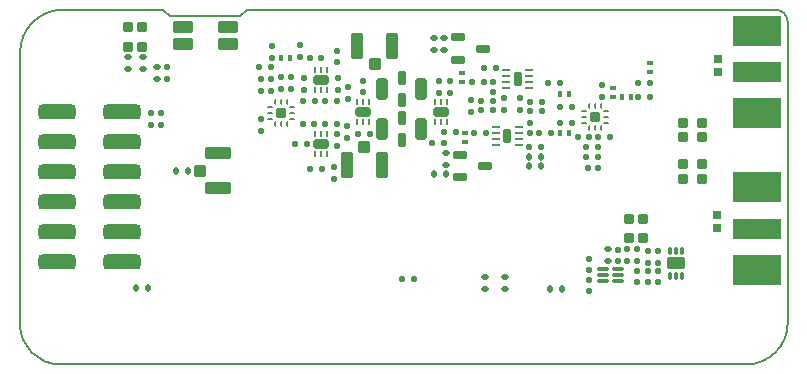
<source format=gtp>
G04*
G04 #@! TF.GenerationSoftware,Altium Limited,CircuitStudio,1.5.2 (30)*
G04*
G04 Layer_Color=16711884*
%FSLAX25Y25*%
%MOIN*%
G70*
G01*
G75*
G04:AMPARAMS|DCode=13|XSize=23.62mil|YSize=17.72mil|CornerRadius=4.43mil|HoleSize=0mil|Usage=FLASHONLY|Rotation=180.000|XOffset=0mil|YOffset=0mil|HoleType=Round|Shape=RoundedRectangle|*
%AMROUNDEDRECTD13*
21,1,0.02362,0.00886,0,0,180.0*
21,1,0.01476,0.01772,0,0,180.0*
1,1,0.00886,-0.00738,0.00443*
1,1,0.00886,0.00738,0.00443*
1,1,0.00886,0.00738,-0.00443*
1,1,0.00886,-0.00738,-0.00443*
%
%ADD13ROUNDEDRECTD13*%
G04:AMPARAMS|DCode=14|XSize=23.62mil|YSize=17.72mil|CornerRadius=4.43mil|HoleSize=0mil|Usage=FLASHONLY|Rotation=270.000|XOffset=0mil|YOffset=0mil|HoleType=Round|Shape=RoundedRectangle|*
%AMROUNDEDRECTD14*
21,1,0.02362,0.00886,0,0,270.0*
21,1,0.01476,0.01772,0,0,270.0*
1,1,0.00886,-0.00443,-0.00738*
1,1,0.00886,-0.00443,0.00738*
1,1,0.00886,0.00443,0.00738*
1,1,0.00886,0.00443,-0.00738*
%
%ADD14ROUNDEDRECTD14*%
G04:AMPARAMS|DCode=16|XSize=21.65mil|YSize=17.72mil|CornerRadius=4.43mil|HoleSize=0mil|Usage=FLASHONLY|Rotation=270.000|XOffset=0mil|YOffset=0mil|HoleType=Round|Shape=RoundedRectangle|*
%AMROUNDEDRECTD16*
21,1,0.02165,0.00886,0,0,270.0*
21,1,0.01280,0.01772,0,0,270.0*
1,1,0.00886,-0.00443,-0.00640*
1,1,0.00886,-0.00443,0.00640*
1,1,0.00886,0.00443,0.00640*
1,1,0.00886,0.00443,-0.00640*
%
%ADD16ROUNDEDRECTD16*%
G04:AMPARAMS|DCode=17|XSize=37.01mil|YSize=10.63mil|CornerRadius=1.33mil|HoleSize=0mil|Usage=FLASHONLY|Rotation=180.000|XOffset=0mil|YOffset=0mil|HoleType=Round|Shape=RoundedRectangle|*
%AMROUNDEDRECTD17*
21,1,0.03701,0.00797,0,0,180.0*
21,1,0.03435,0.01063,0,0,180.0*
1,1,0.00266,-0.01718,0.00399*
1,1,0.00266,0.01718,0.00399*
1,1,0.00266,0.01718,-0.00399*
1,1,0.00266,-0.01718,-0.00399*
%
%ADD17ROUNDEDRECTD17*%
G04:AMPARAMS|DCode=18|XSize=61.02mil|YSize=40.16mil|CornerRadius=4.02mil|HoleSize=0mil|Usage=FLASHONLY|Rotation=0.000|XOffset=0mil|YOffset=0mil|HoleType=Round|Shape=RoundedRectangle|*
%AMROUNDEDRECTD18*
21,1,0.06102,0.03213,0,0,0.0*
21,1,0.05299,0.04016,0,0,0.0*
1,1,0.00803,0.02649,-0.01606*
1,1,0.00803,-0.02649,-0.01606*
1,1,0.00803,-0.02649,0.01606*
1,1,0.00803,0.02649,0.01606*
%
%ADD18ROUNDEDRECTD18*%
G04:AMPARAMS|DCode=19|XSize=25.59mil|YSize=11.81mil|CornerRadius=2.95mil|HoleSize=0mil|Usage=FLASHONLY|Rotation=270.000|XOffset=0mil|YOffset=0mil|HoleType=Round|Shape=RoundedRectangle|*
%AMROUNDEDRECTD19*
21,1,0.02559,0.00591,0,0,270.0*
21,1,0.01969,0.01181,0,0,270.0*
1,1,0.00591,-0.00295,-0.00984*
1,1,0.00591,-0.00295,0.00984*
1,1,0.00591,0.00295,0.00984*
1,1,0.00591,0.00295,-0.00984*
%
%ADD19ROUNDEDRECTD19*%
G04:AMPARAMS|DCode=20|XSize=31.5mil|YSize=31.5mil|CornerRadius=3.15mil|HoleSize=0mil|Usage=FLASHONLY|Rotation=90.000|XOffset=0mil|YOffset=0mil|HoleType=Round|Shape=RoundedRectangle|*
%AMROUNDEDRECTD20*
21,1,0.03150,0.02520,0,0,90.0*
21,1,0.02520,0.03150,0,0,90.0*
1,1,0.00630,0.01260,0.01260*
1,1,0.00630,0.01260,-0.01260*
1,1,0.00630,-0.01260,-0.01260*
1,1,0.00630,-0.01260,0.01260*
%
%ADD20ROUNDEDRECTD20*%
G04:AMPARAMS|DCode=21|XSize=18.11mil|YSize=7.87mil|CornerRadius=3.15mil|HoleSize=0mil|Usage=FLASHONLY|Rotation=90.000|XOffset=0mil|YOffset=0mil|HoleType=Round|Shape=RoundedRectangle|*
%AMROUNDEDRECTD21*
21,1,0.01811,0.00158,0,0,90.0*
21,1,0.01181,0.00787,0,0,90.0*
1,1,0.00630,0.00079,0.00591*
1,1,0.00630,0.00079,-0.00591*
1,1,0.00630,-0.00079,-0.00591*
1,1,0.00630,-0.00079,0.00591*
%
%ADD21ROUNDEDRECTD21*%
G04:AMPARAMS|DCode=22|XSize=18.11mil|YSize=7.87mil|CornerRadius=3.15mil|HoleSize=0mil|Usage=FLASHONLY|Rotation=0.000|XOffset=0mil|YOffset=0mil|HoleType=Round|Shape=RoundedRectangle|*
%AMROUNDEDRECTD22*
21,1,0.01811,0.00158,0,0,0.0*
21,1,0.01181,0.00787,0,0,0.0*
1,1,0.00630,0.00591,-0.00079*
1,1,0.00630,-0.00591,-0.00079*
1,1,0.00630,-0.00591,0.00079*
1,1,0.00630,0.00591,0.00079*
%
%ADD22ROUNDEDRECTD22*%
G04:AMPARAMS|DCode=23|XSize=41.34mil|YSize=86.61mil|CornerRadius=4.13mil|HoleSize=0mil|Usage=FLASHONLY|Rotation=0.000|XOffset=0mil|YOffset=0mil|HoleType=Round|Shape=RoundedRectangle|*
%AMROUNDEDRECTD23*
21,1,0.04134,0.07835,0,0,0.0*
21,1,0.03307,0.08661,0,0,0.0*
1,1,0.00827,0.01654,-0.03917*
1,1,0.00827,-0.01654,-0.03917*
1,1,0.00827,-0.01654,0.03917*
1,1,0.00827,0.01654,0.03917*
%
%ADD23ROUNDEDRECTD23*%
G04:AMPARAMS|DCode=24|XSize=39.37mil|YSize=41.34mil|CornerRadius=3.94mil|HoleSize=0mil|Usage=FLASHONLY|Rotation=0.000|XOffset=0mil|YOffset=0mil|HoleType=Round|Shape=RoundedRectangle|*
%AMROUNDEDRECTD24*
21,1,0.03937,0.03347,0,0,0.0*
21,1,0.03150,0.04134,0,0,0.0*
1,1,0.00787,0.01575,-0.01673*
1,1,0.00787,-0.01575,-0.01673*
1,1,0.00787,-0.01575,0.01673*
1,1,0.00787,0.01575,0.01673*
%
%ADD24ROUNDEDRECTD24*%
G04:AMPARAMS|DCode=25|XSize=41.34mil|YSize=86.61mil|CornerRadius=4.13mil|HoleSize=0mil|Usage=FLASHONLY|Rotation=270.000|XOffset=0mil|YOffset=0mil|HoleType=Round|Shape=RoundedRectangle|*
%AMROUNDEDRECTD25*
21,1,0.04134,0.07835,0,0,270.0*
21,1,0.03307,0.08661,0,0,270.0*
1,1,0.00827,-0.03917,-0.01654*
1,1,0.00827,-0.03917,0.01654*
1,1,0.00827,0.03917,0.01654*
1,1,0.00827,0.03917,-0.01654*
%
%ADD25ROUNDEDRECTD25*%
G04:AMPARAMS|DCode=26|XSize=39.37mil|YSize=41.34mil|CornerRadius=3.94mil|HoleSize=0mil|Usage=FLASHONLY|Rotation=270.000|XOffset=0mil|YOffset=0mil|HoleType=Round|Shape=RoundedRectangle|*
%AMROUNDEDRECTD26*
21,1,0.03937,0.03347,0,0,270.0*
21,1,0.03150,0.04134,0,0,270.0*
1,1,0.00787,-0.01673,-0.01575*
1,1,0.00787,-0.01673,0.01575*
1,1,0.00787,0.01673,0.01575*
1,1,0.00787,0.01673,-0.01575*
%
%ADD26ROUNDEDRECTD26*%
G04:AMPARAMS|DCode=27|XSize=51.18mil|YSize=31.5mil|CornerRadius=4.72mil|HoleSize=0mil|Usage=FLASHONLY|Rotation=180.000|XOffset=0mil|YOffset=0mil|HoleType=Round|Shape=RoundedRectangle|*
%AMROUNDEDRECTD27*
21,1,0.05118,0.02205,0,0,180.0*
21,1,0.04173,0.03150,0,0,180.0*
1,1,0.00945,-0.02087,0.01102*
1,1,0.00945,0.02087,0.01102*
1,1,0.00945,0.02087,-0.01102*
1,1,0.00945,-0.02087,-0.01102*
%
%ADD27ROUNDEDRECTD27*%
G04:AMPARAMS|DCode=28|XSize=21.65mil|YSize=9.84mil|CornerRadius=1.48mil|HoleSize=0mil|Usage=FLASHONLY|Rotation=90.000|XOffset=0mil|YOffset=0mil|HoleType=Round|Shape=RoundedRectangle|*
%AMROUNDEDRECTD28*
21,1,0.02165,0.00689,0,0,90.0*
21,1,0.01870,0.00984,0,0,90.0*
1,1,0.00295,0.00345,0.00935*
1,1,0.00295,0.00345,-0.00935*
1,1,0.00295,-0.00345,-0.00935*
1,1,0.00295,-0.00345,0.00935*
%
%ADD28ROUNDEDRECTD28*%
G04:AMPARAMS|DCode=29|XSize=125.2mil|YSize=50mil|CornerRadius=12.5mil|HoleSize=0mil|Usage=FLASHONLY|Rotation=180.000|XOffset=0mil|YOffset=0mil|HoleType=Round|Shape=RoundedRectangle|*
%AMROUNDEDRECTD29*
21,1,0.12520,0.02500,0,0,180.0*
21,1,0.10020,0.05000,0,0,180.0*
1,1,0.02500,-0.05010,0.01250*
1,1,0.02500,0.05010,0.01250*
1,1,0.02500,0.05010,-0.01250*
1,1,0.02500,-0.05010,-0.01250*
%
%ADD29ROUNDEDRECTD29*%
G04:AMPARAMS|DCode=30|XSize=21.65mil|YSize=17.72mil|CornerRadius=4.43mil|HoleSize=0mil|Usage=FLASHONLY|Rotation=0.000|XOffset=0mil|YOffset=0mil|HoleType=Round|Shape=RoundedRectangle|*
%AMROUNDEDRECTD30*
21,1,0.02165,0.00886,0,0,0.0*
21,1,0.01280,0.01772,0,0,0.0*
1,1,0.00886,0.00640,-0.00443*
1,1,0.00886,-0.00640,-0.00443*
1,1,0.00886,-0.00640,0.00443*
1,1,0.00886,0.00640,0.00443*
%
%ADD30ROUNDEDRECTD30*%
G04:AMPARAMS|DCode=31|XSize=48.43mil|YSize=23.62mil|CornerRadius=2.95mil|HoleSize=0mil|Usage=FLASHONLY|Rotation=0.000|XOffset=0mil|YOffset=0mil|HoleType=Round|Shape=RoundedRectangle|*
%AMROUNDEDRECTD31*
21,1,0.04843,0.01772,0,0,0.0*
21,1,0.04252,0.02362,0,0,0.0*
1,1,0.00591,0.02126,-0.00886*
1,1,0.00591,-0.02126,-0.00886*
1,1,0.00591,-0.02126,0.00886*
1,1,0.00591,0.02126,0.00886*
%
%ADD31ROUNDEDRECTD31*%
%ADD32R,0.16496X0.07008*%
%ADD33R,0.16496X0.10492*%
G04:AMPARAMS|DCode=34|XSize=9.84mil|YSize=29.53mil|CornerRadius=1.48mil|HoleSize=0mil|Usage=FLASHONLY|Rotation=270.000|XOffset=0mil|YOffset=0mil|HoleType=Round|Shape=RoundedRectangle|*
%AMROUNDEDRECTD34*
21,1,0.00984,0.02658,0,0,270.0*
21,1,0.00689,0.02953,0,0,270.0*
1,1,0.00295,-0.01329,-0.00345*
1,1,0.00295,-0.01329,0.00345*
1,1,0.00295,0.01329,0.00345*
1,1,0.00295,0.01329,-0.00345*
%
%ADD34ROUNDEDRECTD34*%
G04:AMPARAMS|DCode=35|XSize=47.24mil|YSize=23.62mil|CornerRadius=3.54mil|HoleSize=0mil|Usage=FLASHONLY|Rotation=270.000|XOffset=0mil|YOffset=0mil|HoleType=Round|Shape=RoundedRectangle|*
%AMROUNDEDRECTD35*
21,1,0.04724,0.01654,0,0,270.0*
21,1,0.04016,0.02362,0,0,270.0*
1,1,0.00709,-0.00827,-0.02008*
1,1,0.00709,-0.00827,0.02008*
1,1,0.00709,0.00827,0.02008*
1,1,0.00709,0.00827,-0.02008*
%
%ADD35ROUNDEDRECTD35*%
G04:AMPARAMS|DCode=36|XSize=14.17mil|YSize=23mil|CornerRadius=0.71mil|HoleSize=0mil|Usage=FLASHONLY|Rotation=180.000|XOffset=0mil|YOffset=0mil|HoleType=Round|Shape=RoundedRectangle|*
%AMROUNDEDRECTD36*
21,1,0.01417,0.02158,0,0,180.0*
21,1,0.01276,0.02300,0,0,180.0*
1,1,0.00142,-0.00638,0.01079*
1,1,0.00142,0.00638,0.01079*
1,1,0.00142,0.00638,-0.01079*
1,1,0.00142,-0.00638,-0.01079*
%
%ADD36ROUNDEDRECTD36*%
G04:AMPARAMS|DCode=37|XSize=14.17mil|YSize=23mil|CornerRadius=0.71mil|HoleSize=0mil|Usage=FLASHONLY|Rotation=270.000|XOffset=0mil|YOffset=0mil|HoleType=Round|Shape=RoundedRectangle|*
%AMROUNDEDRECTD37*
21,1,0.01417,0.02158,0,0,270.0*
21,1,0.01276,0.02300,0,0,270.0*
1,1,0.00142,-0.01079,-0.00638*
1,1,0.00142,-0.01079,0.00638*
1,1,0.00142,0.01079,0.00638*
1,1,0.00142,0.01079,-0.00638*
%
%ADD37ROUNDEDRECTD37*%
G04:AMPARAMS|DCode=38|XSize=27.56mil|YSize=27.56mil|CornerRadius=2.76mil|HoleSize=0mil|Usage=FLASHONLY|Rotation=90.000|XOffset=0mil|YOffset=0mil|HoleType=Round|Shape=RoundedRectangle|*
%AMROUNDEDRECTD38*
21,1,0.02756,0.02205,0,0,90.0*
21,1,0.02205,0.02756,0,0,90.0*
1,1,0.00551,0.01102,0.01102*
1,1,0.00551,0.01102,-0.01102*
1,1,0.00551,-0.01102,-0.01102*
1,1,0.00551,-0.01102,0.01102*
%
%ADD38ROUNDEDRECTD38*%
G04:AMPARAMS|DCode=39|XSize=31.89mil|YSize=36.61mil|CornerRadius=4.78mil|HoleSize=0mil|Usage=FLASHONLY|Rotation=270.000|XOffset=0mil|YOffset=0mil|HoleType=Round|Shape=RoundedRectangle|*
%AMROUNDEDRECTD39*
21,1,0.03189,0.02705,0,0,270.0*
21,1,0.02232,0.03661,0,0,270.0*
1,1,0.00957,-0.01352,-0.01116*
1,1,0.00957,-0.01352,0.01116*
1,1,0.00957,0.01352,0.01116*
1,1,0.00957,0.01352,-0.01116*
%
%ADD39ROUNDEDRECTD39*%
G04:AMPARAMS|DCode=40|XSize=31.89mil|YSize=36.61mil|CornerRadius=4.78mil|HoleSize=0mil|Usage=FLASHONLY|Rotation=180.000|XOffset=0mil|YOffset=0mil|HoleType=Round|Shape=RoundedRectangle|*
%AMROUNDEDRECTD40*
21,1,0.03189,0.02705,0,0,180.0*
21,1,0.02232,0.03661,0,0,180.0*
1,1,0.00957,-0.01116,0.01352*
1,1,0.00957,0.01116,0.01352*
1,1,0.00957,0.01116,-0.01352*
1,1,0.00957,-0.01116,-0.01352*
%
%ADD40ROUNDEDRECTD40*%
G04:AMPARAMS|DCode=41|XSize=64.96mil|YSize=41.34mil|CornerRadius=4.13mil|HoleSize=0mil|Usage=FLASHONLY|Rotation=180.000|XOffset=0mil|YOffset=0mil|HoleType=Round|Shape=RoundedRectangle|*
%AMROUNDEDRECTD41*
21,1,0.06496,0.03307,0,0,180.0*
21,1,0.05669,0.04134,0,0,180.0*
1,1,0.00827,-0.02835,0.01654*
1,1,0.00827,0.02835,0.01654*
1,1,0.00827,0.02835,-0.01654*
1,1,0.00827,-0.02835,-0.01654*
%
%ADD41ROUNDEDRECTD41*%
G04:AMPARAMS|DCode=42|XSize=70.87mil|YSize=40.95mil|CornerRadius=6.14mil|HoleSize=0mil|Usage=FLASHONLY|Rotation=90.000|XOffset=0mil|YOffset=0mil|HoleType=Round|Shape=RoundedRectangle|*
%AMROUNDEDRECTD42*
21,1,0.07087,0.02866,0,0,90.0*
21,1,0.05858,0.04095,0,0,90.0*
1,1,0.01228,0.01433,0.02929*
1,1,0.01228,0.01433,-0.02929*
1,1,0.01228,-0.01433,-0.02929*
1,1,0.01228,-0.01433,0.02929*
%
%ADD42ROUNDEDRECTD42*%
G04:AMPARAMS|DCode=43|XSize=49.02mil|YSize=24.02mil|CornerRadius=3.6mil|HoleSize=0mil|Usage=FLASHONLY|Rotation=90.000|XOffset=0mil|YOffset=0mil|HoleType=Round|Shape=RoundedRectangle|*
%AMROUNDEDRECTD43*
21,1,0.04902,0.01681,0,0,90.0*
21,1,0.04181,0.02402,0,0,90.0*
1,1,0.00721,0.00841,0.02091*
1,1,0.00721,0.00841,-0.02091*
1,1,0.00721,-0.00841,-0.02091*
1,1,0.00721,-0.00841,0.02091*
%
%ADD43ROUNDEDRECTD43*%
%ADD54C,0.00500*%
G04:AMPARAMS|DCode=98|XSize=21.62mil|YSize=17.69mil|CornerRadius=3.92mil|HoleSize=0mil|Usage=FLASHONLY|Rotation=0.000|XOffset=0mil|YOffset=0mil|HoleType=Round|Shape=RoundedRectangle|*
%AMROUNDEDRECTD98*
21,1,0.02162,0.00984,0,0,0.0*
21,1,0.01378,0.01769,0,0,0.0*
1,1,0.00784,0.00689,-0.00492*
1,1,0.00784,-0.00689,-0.00492*
1,1,0.00784,-0.00689,0.00492*
1,1,0.00784,0.00689,0.00492*
%
%ADD98ROUNDEDRECTD98*%
G04:AMPARAMS|DCode=99|XSize=21.62mil|YSize=17.69mil|CornerRadius=3.92mil|HoleSize=0mil|Usage=FLASHONLY|Rotation=90.000|XOffset=0mil|YOffset=0mil|HoleType=Round|Shape=RoundedRectangle|*
%AMROUNDEDRECTD99*
21,1,0.02162,0.00984,0,0,90.0*
21,1,0.01378,0.01769,0,0,90.0*
1,1,0.00784,0.00492,0.00689*
1,1,0.00784,0.00492,-0.00689*
1,1,0.00784,-0.00492,-0.00689*
1,1,0.00784,-0.00492,0.00689*
%
%ADD99ROUNDEDRECTD99*%
D13*
X1230676Y733781D02*
D03*
Y737781D02*
D03*
X1189776Y724481D02*
D03*
Y728481D02*
D03*
X1196376Y724481D02*
D03*
Y728481D02*
D03*
X1172776Y808381D02*
D03*
Y804381D02*
D03*
X1080176Y794681D02*
D03*
Y798681D02*
D03*
X1075476Y798081D02*
D03*
Y802081D02*
D03*
X1070676Y798081D02*
D03*
Y802081D02*
D03*
X1176676Y769781D02*
D03*
Y765781D02*
D03*
X1175976Y808381D02*
D03*
Y804381D02*
D03*
D14*
X1077176Y724881D02*
D03*
X1073176D02*
D03*
X1090476Y763931D02*
D03*
X1086476D02*
D03*
X1208366Y768759D02*
D03*
X1204366D02*
D03*
X1204276Y765581D02*
D03*
X1208276D02*
D03*
X1211276Y724481D02*
D03*
X1215276D02*
D03*
X1176676Y762981D02*
D03*
X1172676D02*
D03*
D16*
X1240448Y733781D02*
D03*
X1237102D02*
D03*
X1240448Y737781D02*
D03*
X1237102D02*
D03*
X1223903Y764881D02*
D03*
X1227249D02*
D03*
D17*
X1228895Y727413D02*
D03*
Y729381D02*
D03*
Y731350D02*
D03*
X1233856D02*
D03*
Y729381D02*
D03*
Y727413D02*
D03*
D18*
X1253301Y733156D02*
D03*
D19*
X1255270Y729022D02*
D03*
X1253301D02*
D03*
X1251332D02*
D03*
Y737290D02*
D03*
X1253301D02*
D03*
X1255270D02*
D03*
D20*
X1226417Y782035D02*
D03*
X1121693Y783217D02*
D03*
D21*
X1224449Y785697D02*
D03*
X1226417D02*
D03*
X1228386D02*
D03*
Y778374D02*
D03*
X1226417D02*
D03*
X1224449D02*
D03*
X1123662Y779555D02*
D03*
X1121693D02*
D03*
X1119724D02*
D03*
Y786878D02*
D03*
X1121693D02*
D03*
X1123662D02*
D03*
D22*
X1230079Y784004D02*
D03*
Y782035D02*
D03*
Y780067D02*
D03*
X1222756D02*
D03*
Y782035D02*
D03*
Y784004D02*
D03*
X1118032Y781248D02*
D03*
Y783217D02*
D03*
Y785185D02*
D03*
X1125354D02*
D03*
Y783217D02*
D03*
Y781248D02*
D03*
D23*
X1158653Y805581D02*
D03*
X1147038D02*
D03*
X1143639Y766001D02*
D03*
X1155253D02*
D03*
D24*
X1152846Y799577D02*
D03*
X1149446Y772005D02*
D03*
D25*
X1100476Y758174D02*
D03*
Y769788D02*
D03*
D26*
X1094472Y763981D02*
D03*
D27*
X1135079Y794240D02*
D03*
Y772980D02*
D03*
X1148996Y783671D02*
D03*
X1174836Y783751D02*
D03*
D28*
X1133110Y797587D02*
D03*
X1135079D02*
D03*
X1137047D02*
D03*
Y790894D02*
D03*
X1135079D02*
D03*
X1133110D02*
D03*
X1137047Y769634D02*
D03*
X1135079D02*
D03*
X1133110D02*
D03*
Y776327D02*
D03*
X1135079D02*
D03*
X1137047D02*
D03*
X1147027Y787018D02*
D03*
X1148996D02*
D03*
X1150964D02*
D03*
Y780325D02*
D03*
X1148996D02*
D03*
X1147027D02*
D03*
X1172867Y787098D02*
D03*
X1174836D02*
D03*
X1176804D02*
D03*
Y780405D02*
D03*
X1174836D02*
D03*
X1172867D02*
D03*
D29*
X1068481Y733478D02*
D03*
Y743478D02*
D03*
Y753478D02*
D03*
Y763478D02*
D03*
Y773478D02*
D03*
Y783478D02*
D03*
X1046985Y733478D02*
D03*
Y743478D02*
D03*
Y753478D02*
D03*
Y763478D02*
D03*
Y773478D02*
D03*
Y783478D02*
D03*
D30*
X1204567Y779968D02*
D03*
Y776622D02*
D03*
X1192376Y790335D02*
D03*
Y793681D02*
D03*
D31*
X1181415Y761922D02*
D03*
X1189761Y765662D02*
D03*
X1181415Y769403D02*
D03*
X1180725Y800998D02*
D03*
X1189072Y804738D02*
D03*
X1180725Y808478D02*
D03*
D32*
X1280174Y744698D02*
D03*
Y796864D02*
D03*
D33*
Y758448D02*
D03*
Y730948D02*
D03*
Y810614D02*
D03*
Y783114D02*
D03*
D34*
X1204410Y791583D02*
D03*
Y793551D02*
D03*
Y795520D02*
D03*
Y797488D02*
D03*
X1196654Y791583D02*
D03*
Y793551D02*
D03*
Y795520D02*
D03*
Y797488D02*
D03*
X1193150Y778591D02*
D03*
Y776622D02*
D03*
Y774654D02*
D03*
Y772685D02*
D03*
X1200906Y778591D02*
D03*
Y776622D02*
D03*
Y774654D02*
D03*
Y772685D02*
D03*
D35*
X1200532Y794535D02*
D03*
X1197028Y775638D02*
D03*
D36*
X1238276Y788681D02*
D03*
X1235276D02*
D03*
X1214583Y776524D02*
D03*
X1217583D02*
D03*
X1214583Y789713D02*
D03*
X1217583D02*
D03*
X1124716Y801681D02*
D03*
X1121716D02*
D03*
D37*
X1182876Y776581D02*
D03*
Y773581D02*
D03*
X1181929Y793610D02*
D03*
Y796610D02*
D03*
X1244576Y796781D02*
D03*
Y799781D02*
D03*
X1232276Y788681D02*
D03*
Y791681D02*
D03*
D38*
X1267433Y796797D02*
D03*
Y801128D02*
D03*
X1266887Y744797D02*
D03*
Y749127D02*
D03*
D39*
X1075456Y805442D02*
D03*
Y811820D02*
D03*
X1070636Y805422D02*
D03*
Y811800D02*
D03*
X1237476Y741692D02*
D03*
Y748070D02*
D03*
X1242376Y741692D02*
D03*
Y748070D02*
D03*
D40*
X1255687Y779881D02*
D03*
X1262065D02*
D03*
X1255687Y775181D02*
D03*
X1262065D02*
D03*
X1255687Y761381D02*
D03*
X1262065D02*
D03*
X1255687Y766181D02*
D03*
X1262065D02*
D03*
D41*
X1088797Y812035D02*
D03*
Y806327D02*
D03*
X1103954Y812035D02*
D03*
Y806327D02*
D03*
D42*
X1155428Y791161D02*
D03*
X1168223D02*
D03*
X1155438Y778011D02*
D03*
X1168233D02*
D03*
D43*
X1161826Y794813D02*
D03*
Y787509D02*
D03*
X1161836Y781663D02*
D03*
Y774360D02*
D03*
D54*
X1276749Y699502D02*
G03*
X1290528Y713281I0J13780D01*
G01*
X1034623Y712769D02*
G03*
X1047891Y699502I13268J0D01*
G01*
X1048995Y817730D02*
G03*
X1034623Y803358I0J-14372D01*
G01*
X1290528Y813564D02*
G03*
X1286362Y817730I-4166J0D01*
G01*
X1047891Y699502D02*
X1276749Y699502D01*
X1034623Y712769D02*
X1034623Y796470D01*
X1290528Y718006D02*
Y767631D01*
X1084591Y815466D02*
X1107961D01*
X1034623Y796470D02*
Y803358D01*
X1290528Y713281D02*
Y718006D01*
X1110224Y817730D02*
X1286362D01*
X1290528Y767631D02*
Y813564D01*
X1082327Y817730D02*
X1084591Y815466D01*
X1048995Y817730D02*
X1082327D01*
X1107961Y815466D02*
X1110224Y817730D01*
D98*
X1081576Y779313D02*
D03*
Y783250D02*
D03*
X1118376Y790613D02*
D03*
Y794550D02*
D03*
X1247201Y733387D02*
D03*
Y737324D02*
D03*
X1243801Y730724D02*
D03*
Y726787D02*
D03*
Y737324D02*
D03*
Y733387D02*
D03*
X1247201Y730724D02*
D03*
Y726787D02*
D03*
X1078176Y779313D02*
D03*
Y783250D02*
D03*
X1115000Y777311D02*
D03*
Y781248D02*
D03*
X1121676Y795350D02*
D03*
Y791413D02*
D03*
X1124876Y795350D02*
D03*
Y791413D02*
D03*
X1114976Y790613D02*
D03*
Y794550D02*
D03*
X1140376Y772213D02*
D03*
Y776150D02*
D03*
X1224276Y730813D02*
D03*
Y734750D02*
D03*
X1240401Y726787D02*
D03*
Y730724D02*
D03*
X1233876Y733813D02*
D03*
Y737750D02*
D03*
X1224376Y727750D02*
D03*
Y723813D02*
D03*
X1083476Y798550D02*
D03*
Y794613D02*
D03*
X1140176Y800173D02*
D03*
Y804110D02*
D03*
X1129376Y795050D02*
D03*
Y791113D02*
D03*
X1139296Y765280D02*
D03*
Y761343D02*
D03*
X1143776Y775013D02*
D03*
Y778950D02*
D03*
X1143876Y791950D02*
D03*
Y788013D02*
D03*
X1177876Y793850D02*
D03*
Y789913D02*
D03*
X1174276D02*
D03*
Y793850D02*
D03*
X1228476Y788713D02*
D03*
Y792650D02*
D03*
X1201172Y784334D02*
D03*
Y788271D02*
D03*
X1195922Y784265D02*
D03*
Y788202D02*
D03*
X1148996Y790163D02*
D03*
Y794100D02*
D03*
X1140566Y794860D02*
D03*
Y790923D02*
D03*
X1127856Y801893D02*
D03*
Y805830D02*
D03*
X1118606Y801713D02*
D03*
Y805650D02*
D03*
X1185079Y787547D02*
D03*
Y783610D02*
D03*
D99*
X1227244Y771881D02*
D03*
X1223307D02*
D03*
X1161907Y727781D02*
D03*
X1165844D02*
D03*
X1132744Y779681D02*
D03*
X1128807D02*
D03*
X1136307Y787281D02*
D03*
X1140244D02*
D03*
X1136207Y779681D02*
D03*
X1140144D02*
D03*
X1244644Y788681D02*
D03*
X1240707D02*
D03*
X1231142Y775343D02*
D03*
X1227205D02*
D03*
X1220512D02*
D03*
X1224449D02*
D03*
X1227244Y768481D02*
D03*
X1223307D02*
D03*
X1130174Y772848D02*
D03*
X1126237D02*
D03*
X1132844Y787281D02*
D03*
X1128907D02*
D03*
X1211654Y776524D02*
D03*
X1207717D02*
D03*
X1192379Y787415D02*
D03*
X1188442D02*
D03*
X1204583Y787021D02*
D03*
X1208521D02*
D03*
X1189244Y793481D02*
D03*
X1185307D02*
D03*
X1151164Y776441D02*
D03*
X1147227D02*
D03*
X1204407Y771981D02*
D03*
X1208344D02*
D03*
X1185907Y776681D02*
D03*
X1189844D02*
D03*
X1208521Y783872D02*
D03*
X1204583D02*
D03*
X1176094Y776930D02*
D03*
X1180031D02*
D03*
X1218642Y779969D02*
D03*
X1214705D02*
D03*
X1210571Y793354D02*
D03*
X1214508D02*
D03*
X1214707Y785181D02*
D03*
X1218644D02*
D03*
X1244644Y793181D02*
D03*
X1240707D02*
D03*
X1172107Y773171D02*
D03*
X1176044D02*
D03*
X1193166Y798439D02*
D03*
X1189229D02*
D03*
X1192379Y784265D02*
D03*
X1188442D02*
D03*
X1131142Y801721D02*
D03*
X1135079D02*
D03*
X1114217Y798691D02*
D03*
X1118154D02*
D03*
X1131355Y764580D02*
D03*
X1135292D02*
D03*
M02*

</source>
